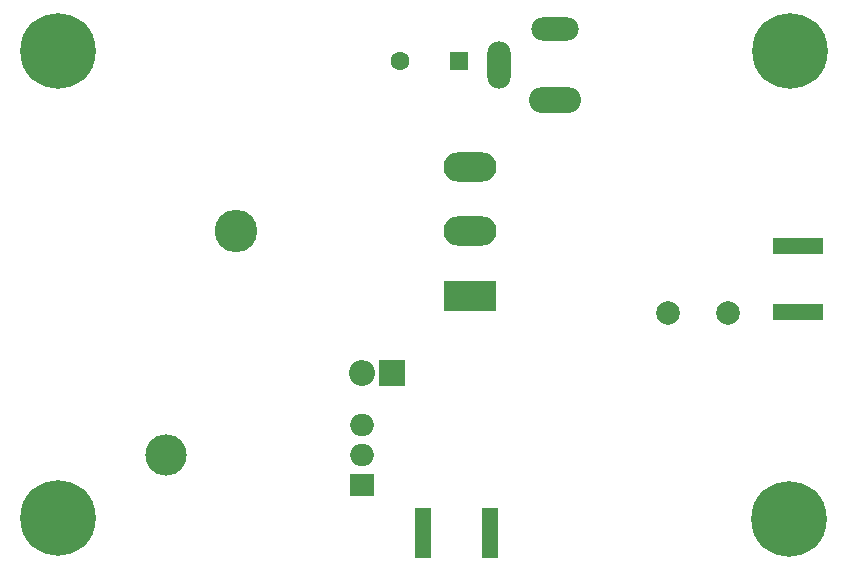
<source format=gbr>
%TF.GenerationSoftware,KiCad,Pcbnew,8.99.0-unknown-e538b98286~178~ubuntu22.04.1*%
%TF.CreationDate,2024-04-14T11:06:52+05:30*%
%TF.ProjectId,HF-PA-v10,48462d50-412d-4763-9130-2e6b69636164,rev?*%
%TF.SameCoordinates,Original*%
%TF.FileFunction,Soldermask,Bot*%
%TF.FilePolarity,Negative*%
%FSLAX46Y46*%
G04 Gerber Fmt 4.6, Leading zero omitted, Abs format (unit mm)*
G04 Created by KiCad (PCBNEW 8.99.0-unknown-e538b98286~178~ubuntu22.04.1) date 2024-04-14 11:06:52*
%MOMM*%
%LPD*%
G01*
G04 APERTURE LIST*
%ADD10C,2.000000*%
%ADD11C,0.800000*%
%ADD12C,6.400000*%
%ADD13R,4.200000X1.350000*%
%ADD14O,4.400000X2.200000*%
%ADD15O,4.000000X2.000000*%
%ADD16O,2.000000X4.000000*%
%ADD17R,1.600000X1.600000*%
%ADD18C,1.600000*%
%ADD19O,3.500000X3.500000*%
%ADD20R,2.000000X1.905000*%
%ADD21O,2.000000X1.905000*%
%ADD22R,1.350000X4.200000*%
%ADD23O,3.600000X3.600000*%
%ADD24R,4.500000X2.500000*%
%ADD25O,4.500000X2.500000*%
%ADD26R,2.200000X2.200000*%
%ADD27O,2.200000X2.200000*%
G04 APERTURE END LIST*
D10*
%TO.C,L4*%
X193440000Y-88320000D03*
X198520000Y-88320000D03*
%TD*%
D11*
%TO.C,H3*%
X139400000Y-105720000D03*
X140102944Y-104022944D03*
X140102944Y-107417056D03*
X141800000Y-103320000D03*
D12*
X141800000Y-105720000D03*
D11*
X141800000Y-108120000D03*
X143497056Y-104022944D03*
X143497056Y-107417056D03*
X144200000Y-105720000D03*
%TD*%
D13*
%TO.C,RF_OUT1*%
X204477500Y-88285000D03*
X204477500Y-82635000D03*
%TD*%
D14*
%TO.C,Power1*%
X183850000Y-70312500D03*
D15*
X183850000Y-64312500D03*
D16*
X179150000Y-67312500D03*
%TD*%
D17*
%TO.C,C15*%
X175762651Y-67050000D03*
D18*
X170762651Y-67050000D03*
%TD*%
D11*
%TO.C,H4*%
X201300000Y-105790000D03*
X202002944Y-104092944D03*
X202002944Y-107487056D03*
X203700000Y-103390000D03*
D12*
X203700000Y-105790000D03*
D11*
X203700000Y-108190000D03*
X205397056Y-104092944D03*
X205397056Y-107487056D03*
X206100000Y-105790000D03*
%TD*%
D19*
%TO.C,U3*%
X150920000Y-100390000D03*
D20*
X167580000Y-102930000D03*
D21*
X167580000Y-100390000D03*
X167580000Y-97850000D03*
%TD*%
D22*
%TO.C,RF_IN1*%
X172745000Y-106940000D03*
X178395000Y-106940000D03*
%TD*%
D23*
%TO.C,Q1*%
X156840000Y-81430000D03*
D24*
X176700000Y-86880000D03*
D25*
X176700000Y-81430000D03*
X176700000Y-75980000D03*
%TD*%
D26*
%TO.C,D1*%
X170110000Y-93430000D03*
D27*
X167570000Y-93430000D03*
%TD*%
D11*
%TO.C,H1*%
X139430000Y-66200000D03*
X140132944Y-64502944D03*
X140132944Y-67897056D03*
X141830000Y-63800000D03*
D12*
X141830000Y-66200000D03*
D11*
X141830000Y-68600000D03*
X143527056Y-64502944D03*
X143527056Y-67897056D03*
X144230000Y-66200000D03*
%TD*%
%TO.C,H2*%
X201352944Y-66177944D03*
X202055888Y-64480888D03*
X202055888Y-67875000D03*
X203752944Y-63777944D03*
D12*
X203752944Y-66177944D03*
D11*
X203752944Y-68577944D03*
X205450000Y-64480888D03*
X205450000Y-67875000D03*
X206152944Y-66177944D03*
%TD*%
M02*

</source>
